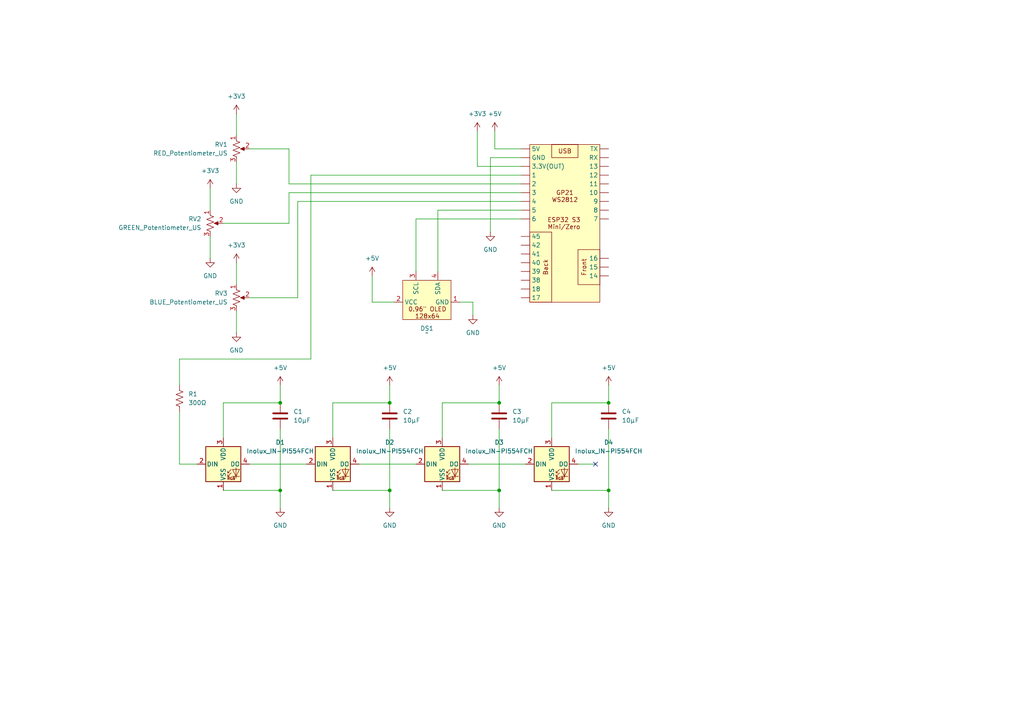
<source format=kicad_sch>
(kicad_sch (version 20250114) (generator "eeschema") (generator_version "9.0")
  (paper "A4")
  (lib_symbols
    (symbol "!Sh1neSp4rk:ESP32-S3-Zero_(Waveshare)"
      (symbol "ESP32-S3-Zero_(Waveshare)_1_1"
        (rectangle (start 0 0) (end 20.32 -45.72) (fill (type background)))
        (text "ESP32 S3\nMini/Zero" (at 9.906 -22.86 0) (effects (font (size 1.27 1.27))))
        (text "GP21\nWS2812" (at 10.16 -14.986 0) (effects (font (size 1.27 1.27))))
        (text_box "Back" (at 0 -25.4 90) (size 6.35 -20.32) (margins 1.016 1.016 1.016 1.016) (effects (font (size 1.27 1.27)) (justify bottom)))
        (text_box "USB" (at 6.35 0 0) (size 7.62 -3.81) (margins 1.016 1.016 1.016 1.016) (effects (font (size 1.27 1.27))))
        (text_box "Front" (at 13.97 -30.48 90) (size 6.35 -10.16) (margins 1.016 1.016 1.016 1.016) (effects (font (size 1.27 1.27)) (justify top)))
        (pin power_in line (at -2.54 -1.27 0) (length 2.54) (name "5V") (number ""))
        (pin power_in line (at -2.54 -3.81 0) (length 2.54) (name "GND") (number ""))
        (pin power_out line (at -2.54 -6.35 0) (length 2.54) (name "3.3V(OUT)") (number ""))
        (pin bidirectional line (at -2.54 -8.89 0) (length 2.54) (name "1") (number ""))
        (pin bidirectional line (at -2.54 -11.43 0) (length 2.54) (name "2") (number ""))
        (pin bidirectional line (at -2.54 -13.97 0) (length 2.54) (name "3") (number ""))
        (pin bidirectional line (at -2.54 -16.51 0) (length 2.54) (name "4") (number ""))
        (pin bidirectional line (at -2.54 -19.05 0) (length 2.54) (name "5") (number ""))
        (pin bidirectional line (at -2.54 -21.59 0) (length 2.54) (name "6") (number ""))
        (pin bidirectional line (at -2.54 -26.67 0) (length 2.54) (name "45") (number ""))
        (pin bidirectional line (at -2.54 -29.21 0) (length 2.54) (name "42") (number ""))
        (pin bidirectional line (at -2.54 -31.75 0) (length 2.54) (name "41") (number ""))
        (pin bidirectional line (at -2.54 -34.29 0) (length 2.54) (name "40") (number ""))
        (pin bidirectional line (at -2.54 -36.83 0) (length 2.54) (name "39") (number ""))
        (pin bidirectional line (at -2.54 -39.37 0) (length 2.54) (name "38") (number ""))
        (pin bidirectional line (at -2.54 -41.91 0) (length 2.54) (name "18") (number ""))
        (pin bidirectional line (at -2.54 -44.45 0) (length 2.54) (name "17") (number ""))
        (pin output line (at 22.86 -1.27 180) (length 2.54) (name "TX") (number ""))
        (pin input line (at 22.86 -3.81 180) (length 2.54) (name "RX") (number ""))
        (pin bidirectional line (at 22.86 -6.35 180) (length 2.54) (name "13") (number ""))
        (pin bidirectional line (at 22.86 -8.89 180) (length 2.54) (name "12") (number ""))
        (pin bidirectional line (at 22.86 -11.43 180) (length 2.54) (name "11") (number ""))
        (pin bidirectional line (at 22.86 -13.97 180) (length 2.54) (name "10") (number ""))
        (pin bidirectional line (at 22.86 -16.51 180) (length 2.54) (name "9") (number ""))
        (pin bidirectional line (at 22.86 -19.05 180) (length 2.54) (name "8") (number ""))
        (pin bidirectional line (at 22.86 -21.59 180) (length 2.54) (name "7") (number ""))
        (pin bidirectional line (at 22.86 -33.02 180) (length 2.54) (name "16") (number ""))
        (pin bidirectional line (at 22.86 -35.56 180) (length 2.54) (name "15") (number ""))
        (pin bidirectional line (at 22.86 -38.1 180) (length 2.54) (name "14") (number ""))
      )
    )
    (symbol "!Sh1neSp4rk:I2C_128x64_OLED"
      (property "Reference" "DS" (at 1.27 -12.446 0))
      (symbol "I2C_128x64_OLED_0_1"
        (rectangle (start 0 0) (end 13.97 -11.43) (fill (type background)))
      )
      (symbol "I2C_128x64_OLED_1_1"
        (text "0.96\" OLED\n128x64\n" (at 7.112 -9.398 0) (effects (font (size 1.27 1.27))))
        (pin power_in line (at -2.54 -6.35 0) (length 2.54) (name "VCC") (number "2"))
        (pin bidirectional line (at 3.81 2.54 270) (length 2.54) (name "SCL") (number "3"))
        (pin bidirectional line (at 10.16 2.54 270) (length 2.54) (name "SDA") (number "4"))
        (pin power_in line (at 16.51 -6.35 180) (length 2.54) (name "GND") (number "1"))
      )
    )
    (symbol "Device:C" (pin_numbers (hide yes)) (pin_names (offset 0.254))
      (property "Reference" "C" (at 0.635 2.54 0))
      (property "Value" "C" (at 0.635 -2.54 0))
      (symbol "C_0_1"
        (polyline (pts (xy -2.032 0.762) (xy 2.032 0.762)) (stroke (width 0.508)))
        (polyline (pts (xy -2.032 -0.762) (xy 2.032 -0.762)) (stroke (width 0.508)))
      )
      (symbol "C_1_1"
        (pin passive line (at 0 3.81 270) (length 2.794) (name "~") (number "1"))
        (pin passive line (at 0 -3.81 90) (length 2.794) (name "~") (number "2"))
      )
    )
    (symbol "Device:R_Potentiometer_US" (pin_names (offset 1.016) (hide yes))
      (property "Reference" "RV" (at -4.445 0 90))
      (property "Value" "R_Potentiometer_US" (at -2.54 0 90))
      (symbol "R_Potentiometer_US_0_1"
        (polyline (pts (xy 0 2.54) (xy 0 2.286)))
        (polyline (pts (xy 0 2.286) (xy 1.016 1.905) (xy 0 1.524) (xy -1.016 1.143) (xy 0 0.762)))
        (polyline (pts (xy 0 0.762) (xy 1.016 0.381) (xy 0 0) (xy -1.016 -0.381) (xy 0 -0.762)))
        (polyline (pts (xy 0 -0.762) (xy 1.016 -1.143) (xy 0 -1.524) (xy -1.016 -1.905) (xy 0 -2.286)))
        (polyline (pts (xy 0 -2.286) (xy 0 -2.54)))
        (polyline (pts (xy 1.143 0) (xy 2.286 0.508) (xy 2.286 -0.508) (xy 1.143 0)) (fill (type outline)))
        (polyline (pts (xy 2.54 0) (xy 1.524 0)))
      )
      (symbol "R_Potentiometer_US_1_1"
        (pin passive line (at 0 3.81 270) (length 1.27) (name "1") (number "1"))
        (pin passive line (at 0 -3.81 90) (length 1.27) (name "3") (number "3"))
        (pin passive line (at 3.81 0 180) (length 1.27) (name "2") (number "2"))
      )
    )
    (symbol "Device:R_US" (pin_numbers (hide yes)) (pin_names (offset 0))
      (property "Reference" "R" (at 2.54 0 90))
      (property "Value" "R_US" (at -2.54 0 90))
      (symbol "R_US_0_1"
        (polyline (pts (xy 0 2.286) (xy 0 2.54)))
        (polyline (pts (xy 0 2.286) (xy 1.016 1.905) (xy 0 1.524) (xy -1.016 1.143) (xy 0 0.762)))
        (polyline (pts (xy 0 0.762) (xy 1.016 0.381) (xy 0 0) (xy -1.016 -0.381) (xy 0 -0.762)))
        (polyline (pts (xy 0 -0.762) (xy 1.016 -1.143) (xy 0 -1.524) (xy -1.016 -1.905) (xy 0 -2.286)))
        (polyline (pts (xy 0 -2.286) (xy 0 -2.54)))
      )
      (symbol "R_US_1_1"
        (pin passive line (at 0 3.81 270) (length 1.27) (name "~") (number "1"))
        (pin passive line (at 0 -3.81 90) (length 1.27) (name "~") (number "2"))
      )
    )
    (symbol "LED:Inolux_IN-PI554FCH" (pin_names (offset 0.254))
      (property "Reference" "D" (at 5.08 5.715 0))
      (property "Value" "Inolux_IN-PI554FCH" (at 1.27 -5.715 0))
      (symbol "Inolux_IN-PI554FCH_0_0"
        (text "RGB" (at 2.286 -4.191 0) (effects (font (size 0.762 0.762))))
      )
      (symbol "Inolux_IN-PI554FCH_0_1"
        (polyline (pts (xy 1.27 -2.54) (xy 1.778 -2.54)))
        (polyline (pts (xy 1.27 -3.556) (xy 1.778 -3.556)))
        (polyline (pts (xy 2.286 -1.524) (xy 1.27 -2.54) (xy 1.27 -2.032)))
        (polyline (pts (xy 2.286 -2.54) (xy 1.27 -3.556) (xy 1.27 -3.048)))
        (polyline (pts (xy 3.683 -1.016) (xy 3.683 -3.556) (xy 3.683 -4.064)))
        (polyline (pts (xy 4.699 -1.524) (xy 2.667 -1.524) (xy 3.683 -3.556) (xy 4.699 -1.524)))
        (polyline (pts (xy 4.699 -3.556) (xy 2.667 -3.556)))
        (rectangle (start 5.08 5.08) (end -5.08 -5.08) (stroke (width 0.254)) (fill (type background)))
      )
      (symbol "Inolux_IN-PI554FCH_1_1"
        (pin input line (at -7.62 0 0) (length 2.54) (name "DIN") (number "2"))
        (pin power_in line (at 0 7.62 270) (length 2.54) (name "VDD") (number "3"))
        (pin power_in line (at 0 -7.62 90) (length 2.54) (name "VSS") (number "1"))
        (pin output line (at 7.62 0 180) (length 2.54) (name "DO") (number "4"))
      )
    )
    (symbol "power:+3V3" (power) (pin_numbers (hide yes)) (pin_names (offset 0) (hide yes))
      (property "Value" "+3V3" (at 0 3.556 0))
      (symbol "+3V3_0_1"
        (polyline (pts (xy -0.762 1.27) (xy 0 2.54)))
        (polyline (pts (xy 0 2.54) (xy 0.762 1.27)))
        (polyline (pts (xy 0 0) (xy 0 2.54)))
      )
      (symbol "+3V3_1_1"
        (pin power_in line (at 0 0 90) (length 0) (name "~") (number "1"))
      )
    )
    (symbol "power:+5V" (power) (pin_numbers (hide yes)) (pin_names (offset 0) (hide yes))
      (property "Value" "+5V" (at 0 3.556 0))
      (symbol "+5V_0_1"
        (polyline (pts (xy -0.762 1.27) (xy 0 2.54)))
        (polyline (pts (xy 0 2.54) (xy 0.762 1.27)))
        (polyline (pts (xy 0 0) (xy 0 2.54)))
      )
      (symbol "+5V_1_1"
        (pin power_in line (at 0 0 90) (length 0) (name "~") (number "1"))
      )
    )
    (symbol "power:GND" (power) (pin_numbers (hide yes)) (pin_names (offset 0) (hide yes))
      (property "Value" "GND" (at 0 -3.81 0))
      (symbol "GND_0_1"
        (polyline (pts (xy 0 0) (xy 0 -1.27) (xy 1.27 -1.27) (xy 0 -2.54) (xy -1.27 -1.27) (xy 0 -1.27)))
      )
      (symbol "GND_1_1"
        (pin power_in line (at 0 0 270) (length 0) (name "~") (number "1"))
      )
    )
  )
  (junction (at 176.53 116.84))
  (junction (at 81.28 116.84))
  (junction (at 144.78 142.24))
  (junction (at 81.28 142.24))
  (junction (at 144.78 116.84))
  (junction (at 113.03 116.84))
  (junction (at 113.03 142.24))
  (junction (at 176.53 142.24))
  (no_connect (at 172.72 134.62))
  (wire (pts (xy 81.28 142.24) (xy 81.28 147.32)))
  (wire (pts (xy 176.53 111.76) (xy 176.53 116.84)))
  (wire (pts (xy 81.28 124.46) (xy 81.28 142.24)))
  (wire (pts (xy 176.53 142.24) (xy 176.53 147.32)))
  (wire (pts (xy 83.82 43.18) (xy 72.39 43.18)))
  (wire (pts (xy 96.52 116.84) (xy 113.03 116.84)))
  (wire (pts (xy 83.82 53.34) (xy 83.82 43.18)))
  (wire (pts (xy 135.89 134.62) (xy 152.4 134.62)))
  (wire (pts (xy 160.02 127) (xy 160.02 116.84)))
  (wire (pts (xy 144.78 142.24) (xy 144.78 147.32)))
  (wire (pts (xy 52.07 111.76) (xy 52.07 104.14)))
  (wire (pts (xy 90.17 50.8) (xy 151.13 50.8)))
  (wire (pts (xy 57.15 134.62) (xy 52.07 134.62)))
  (wire (pts (xy 151.13 45.72) (xy 142.24 45.72)))
  (wire (pts (xy 60.96 54.61) (xy 60.96 60.96)))
  (wire (pts (xy 64.77 127) (xy 64.77 116.84)))
  (wire (pts (xy 151.13 55.88) (xy 83.82 55.88)))
  (wire (pts (xy 68.58 46.99) (xy 68.58 53.34)))
  (wire (pts (xy 86.36 58.42) (xy 151.13 58.42)))
  (wire (pts (xy 160.02 116.84) (xy 176.53 116.84)))
  (wire (pts (xy 83.82 55.88) (xy 83.82 64.77)))
  (wire (pts (xy 81.28 111.76) (xy 81.28 116.84)))
  (wire (pts (xy 72.39 134.62) (xy 88.9 134.62)))
  (wire (pts (xy 107.95 87.63) (xy 107.95 80.01)))
  (wire (pts (xy 127 60.96) (xy 127 78.74)))
  (wire (pts (xy 167.64 134.62) (xy 172.72 134.62)))
  (wire (pts (xy 104.14 134.62) (xy 120.65 134.62)))
  (wire (pts (xy 68.58 33.02) (xy 68.58 39.37)))
  (wire (pts (xy 151.13 63.5) (xy 120.65 63.5)))
  (wire (pts (xy 96.52 127) (xy 96.52 116.84)))
  (wire (pts (xy 143.51 43.18) (xy 143.51 38.1)))
  (wire (pts (xy 151.13 48.26) (xy 138.43 48.26)))
  (wire (pts (xy 64.77 142.24) (xy 81.28 142.24)))
  (wire (pts (xy 60.96 68.58) (xy 60.96 74.93)))
  (wire (pts (xy 68.58 76.2) (xy 68.58 82.55)))
  (wire (pts (xy 96.52 142.24) (xy 113.03 142.24)))
  (wire (pts (xy 133.35 87.63) (xy 137.16 87.63)))
  (wire (pts (xy 68.58 90.17) (xy 68.58 96.52)))
  (wire (pts (xy 86.36 58.42) (xy 86.36 86.36)))
  (wire (pts (xy 120.65 63.5) (xy 120.65 78.74)))
  (wire (pts (xy 142.24 45.72) (xy 142.24 67.31)))
  (wire (pts (xy 113.03 111.76) (xy 113.03 116.84)))
  (wire (pts (xy 114.3 87.63) (xy 107.95 87.63)))
  (wire (pts (xy 113.03 124.46) (xy 113.03 142.24)))
  (wire (pts (xy 83.82 64.77) (xy 64.77 64.77)))
  (wire (pts (xy 128.27 142.24) (xy 144.78 142.24)))
  (wire (pts (xy 144.78 111.76) (xy 144.78 116.84)))
  (wire (pts (xy 52.07 104.14) (xy 90.17 104.14)))
  (wire (pts (xy 144.78 124.46) (xy 144.78 142.24)))
  (wire (pts (xy 52.07 134.62) (xy 52.07 119.38)))
  (wire (pts (xy 151.13 60.96) (xy 127 60.96)))
  (wire (pts (xy 86.36 86.36) (xy 72.39 86.36)))
  (wire (pts (xy 128.27 127) (xy 128.27 116.84)))
  (wire (pts (xy 160.02 142.24) (xy 176.53 142.24)))
  (wire (pts (xy 176.53 124.46) (xy 176.53 142.24)))
  (wire (pts (xy 137.16 87.63) (xy 137.16 91.44)))
  (wire (pts (xy 138.43 48.26) (xy 138.43 38.1)))
  (wire (pts (xy 64.77 116.84) (xy 81.28 116.84)))
  (wire (pts (xy 151.13 43.18) (xy 143.51 43.18)))
  (wire (pts (xy 90.17 50.8) (xy 90.17 104.14)))
  (wire (pts (xy 128.27 116.84) (xy 144.78 116.84)))
  (wire (pts (xy 113.03 142.24) (xy 113.03 147.32)))
  (wire (pts (xy 151.13 53.34) (xy 83.82 53.34)))
  (symbol (lib_id "power:+5V") (at 176.53 111.76 0) (unit 1)
    (property "Reference" "#PWR09" (effects (hide yes)))
    (property "Value" "+5V" (at 176.53 106.68 0))
    (property "Description" "Power symbol creates a global label with name \"+5V\"" (effects (hide yes)))
  )
  (symbol (lib_id "power:+3V3") (at 68.58 76.2 0) (unit 1)
    (property "Reference" "#PWR015" (effects (hide yes)))
    (property "Value" "+3V3" (at 68.58 71.12 0))
    (property "Description" "Power symbol creates a global label with name \"+3V3\"" (effects (hide yes)))
  )
  (symbol (lib_id "power:+5V") (at 143.51 38.1 0) (unit 1)
    (property "Reference" "#PWR04" (effects (hide yes)))
    (property "Value" "+5V" (at 143.51 33.02 0))
    (property "Description" "Power symbol creates a global label with name \"+5V\"" (effects (hide yes)))
  )
  (symbol (lib_id "power:GND") (at 113.03 147.32 0) (unit 1)
    (property "Reference" "#PWR010" (effects (hide yes)))
    (property "Value" "GND" (at 113.03 152.4 0))
    (property "Description" "Power symbol creates a global label with name \"GND\" , ground" (effects (hide yes)))
  )
  (symbol (lib_id "Device:C") (at 113.03 120.65 0) (unit 1)
    (property "Reference" "C2" (at 116.84 119.3799 0) (effects (justify left)))
    (property "Value" "10µF" (at 116.84 121.9199 0) (effects (justify left)))
    (property "Description" "Unpolarized capacitor" (effects (hide yes)))
  )
  (symbol (lib_id "Device:R_US") (at 52.07 115.57 0) (unit 1)
    (property "Reference" "R1" (at 54.61 114.2999 0) (effects (justify left)))
    (property "Value" "300Ω" (at 54.61 116.8399 0) (effects (justify left)))
    (property "Description" "Resistor, US symbol" (effects (hide yes)))
  )
  (symbol (lib_id "power:+5V") (at 107.95 80.01 0) (unit 1)
    (property "Reference" "#PWR019" (effects (hide yes)))
    (property "Value" "+5V" (at 107.95 74.93 0))
    (property "Description" "Power symbol creates a global label with name \"+5V\"" (effects (hide yes)))
  )
  (symbol (lib_id "!Sh1neSp4rk:ESP32-S3-Zero_(Waveshare)") (at 153.67 41.91 0) (unit 1)
    (property "Reference" "U1" (effects (hide yes)))
  )
  (symbol (lib_id "power:+3V3") (at 138.43 38.1 0) (unit 1)
    (property "Reference" "#PWR06" (effects (hide yes)))
    (property "Value" "+3V3" (at 138.43 33.02 0))
    (property "Description" "Power symbol creates a global label with name \"+3V3\"" (effects (hide yes)))
  )
  (symbol (lib_id "LED:Inolux_IN-PI554FCH") (at 128.27 134.62 0) (unit 1)
    (property "Reference" "D3" (at 144.78 128.3014 0))
    (property "Value" "Inolux_IN-PI554FCH" (at 144.78 130.8414 0))
    (property "Footprint" "LED_SMD:LED_Inolux_IN-PI554FCH_PLCC4_5.0x5.0mm_P3.2mm" (effects (hide yes)))
    (property "Datasheet" "http://www.inolux-corp.com/datasheet/SMDLED/Addressable%20LED/IN-PI554FCH.pdf" (effects (hide yes)))
    (property "Description" "5050 RGB LED 4-Pin with integrated IC" (effects (hide yes)))
  )
  (symbol (lib_id "LED:Inolux_IN-PI554FCH") (at 96.52 134.62 0) (unit 1)
    (property "Reference" "D2" (at 113.03 128.3014 0))
    (property "Value" "Inolux_IN-PI554FCH" (at 113.03 130.8414 0))
    (property "Footprint" "LED_SMD:LED_Inolux_IN-PI554FCH_PLCC4_5.0x5.0mm_P3.2mm" (effects (hide yes)))
    (property "Datasheet" "http://www.inolux-corp.com/datasheet/SMDLED/Addressable%20LED/IN-PI554FCH.pdf" (effects (hide yes)))
    (property "Description" "5050 RGB LED 4-Pin with integrated IC" (effects (hide yes)))
  )
  (symbol (lib_id "power:+3V3") (at 60.96 54.61 0) (unit 1)
    (property "Reference" "#PWR014" (effects (hide yes)))
    (property "Value" "+3V3" (at 60.96 49.53 0))
    (property "Description" "Power symbol creates a global label with name \"+3V3\"" (effects (hide yes)))
  )
  (symbol (lib_id "power:GND") (at 142.24 67.31 0) (unit 1)
    (property "Reference" "#PWR05" (effects (hide yes)))
    (property "Value" "GND" (at 142.24 72.39 0))
    (property "Description" "Power symbol creates a global label with name \"GND\" , ground" (effects (hide yes)))
  )
  (symbol (lib_id "Device:C") (at 144.78 120.65 0) (unit 1)
    (property "Reference" "C3" (at 148.59 119.3799 0) (effects (justify left)))
    (property "Value" "10µF" (at 148.59 121.9199 0) (effects (justify left)))
    (property "Description" "Unpolarized capacitor" (effects (hide yes)))
  )
  (symbol (lib_id "power:+5V") (at 81.28 111.76 0) (unit 1)
    (property "Reference" "#PWR01" (effects (hide yes)))
    (property "Value" "+5V" (at 81.28 106.68 0))
    (property "Description" "Power symbol creates a global label with name \"+5V\"" (effects (hide yes)))
  )
  (symbol (lib_id "power:GND") (at 81.28 147.32 0) (unit 1)
    (property "Reference" "#PWR02" (effects (hide yes)))
    (property "Value" "GND" (at 81.28 152.4 0))
    (property "Description" "Power symbol creates a global label with name \"GND\" , ground" (effects (hide yes)))
  )
  (symbol (lib_id "Device:R_Potentiometer_US") (at 68.58 86.36 0) (unit 1)
    (property "Reference" "RV3" (at 66.04 85.0899 0) (effects (justify right)))
    (property "Value" "BLUE_Potentiometer_US" (at 66.04 87.6299 0) (effects (justify right)))
    (property "Description" "Potentiometer, US symbol" (effects (hide yes)))
  )
  (symbol (lib_id "power:GND") (at 176.53 147.32 0) (unit 1)
    (property "Reference" "#PWR012" (effects (hide yes)))
    (property "Value" "GND" (at 176.53 152.4 0))
    (property "Description" "Power symbol creates a global label with name \"GND\" , ground" (effects (hide yes)))
  )
  (symbol (lib_id "Device:R_Potentiometer_US") (at 68.58 43.18 0) (unit 1)
    (property "Reference" "RV1" (at 66.04 41.9099 0) (effects (justify right)))
    (property "Value" "RED_Potentiometer_US" (at 66.04 44.4499 0) (effects (justify right)))
    (property "Description" "Potentiometer, US symbol" (effects (hide yes)))
  )
  (symbol (lib_id "Device:C") (at 176.53 120.65 0) (unit 1)
    (property "Reference" "C4" (at 180.34 119.3799 0) (effects (justify left)))
    (property "Value" "10µF" (at 180.34 121.9199 0) (effects (justify left)))
    (property "Description" "Unpolarized capacitor" (effects (hide yes)))
  )
  (symbol (lib_id "power:+5V") (at 144.78 111.76 0) (unit 1)
    (property "Reference" "#PWR08" (effects (hide yes)))
    (property "Value" "+5V" (at 144.78 106.68 0))
    (property "Description" "Power symbol creates a global label with name \"+5V\"" (effects (hide yes)))
  )
  (symbol (lib_id "!Sh1neSp4rk:I2C_128x64_OLED") (at 116.84 81.28 0) (unit 1)
    (property "Reference" "DS1" (at 123.825 95.25 0))
    (property "Value" "~" (at 123.825 96.52 0))
  )
  (symbol (lib_id "power:+5V") (at 113.03 111.76 0) (unit 1)
    (property "Reference" "#PWR07" (effects (hide yes)))
    (property "Value" "+5V" (at 113.03 106.68 0))
    (property "Description" "Power symbol creates a global label with name \"+5V\"" (effects (hide yes)))
  )
  (symbol (lib_id "LED:Inolux_IN-PI554FCH") (at 64.77 134.62 0) (unit 1)
    (property "Reference" "D1" (at 81.28 128.3014 0))
    (property "Value" "Inolux_IN-PI554FCH" (at 81.28 130.8414 0))
    (property "Footprint" "LED_SMD:LED_Inolux_IN-PI554FCH_PLCC4_5.0x5.0mm_P3.2mm" (effects (hide yes)))
    (property "Datasheet" "http://www.inolux-corp.com/datasheet/SMDLED/Addressable%20LED/IN-PI554FCH.pdf" (effects (hide yes)))
    (property "Description" "5050 RGB LED 4-Pin with integrated IC" (effects (hide yes)))
  )
  (symbol (lib_id "power:GND") (at 60.96 74.93 0) (unit 1)
    (property "Reference" "#PWR017" (effects (hide yes)))
    (property "Value" "GND" (at 60.96 80.01 0))
    (property "Description" "Power symbol creates a global label with name \"GND\" , ground" (effects (hide yes)))
  )
  (symbol (lib_id "power:+3V3") (at 68.58 33.02 0) (unit 1)
    (property "Reference" "#PWR013" (effects (hide yes)))
    (property "Value" "+3V3" (at 68.58 27.94 0))
    (property "Description" "Power symbol creates a global label with name \"+3V3\"" (effects (hide yes)))
  )
  (symbol (lib_id "LED:Inolux_IN-PI554FCH") (at 160.02 134.62 0) (unit 1)
    (property "Reference" "D4" (at 176.53 128.3014 0))
    (property "Value" "Inolux_IN-PI554FCH" (at 176.53 130.8414 0))
    (property "Footprint" "LED_SMD:LED_Inolux_IN-PI554FCH_PLCC4_5.0x5.0mm_P3.2mm" (effects (hide yes)))
    (property "Datasheet" "http://www.inolux-corp.com/datasheet/SMDLED/Addressable%20LED/IN-PI554FCH.pdf" (effects (hide yes)))
    (property "Description" "5050 RGB LED 4-Pin with integrated IC" (effects (hide yes)))
  )
  (symbol (lib_id "power:GND") (at 68.58 53.34 0) (unit 1)
    (property "Reference" "#PWR016" (effects (hide yes)))
    (property "Value" "GND" (at 68.58 58.42 0))
    (property "Description" "Power symbol creates a global label with name \"GND\" , ground" (effects (hide yes)))
  )
  (symbol (lib_id "power:GND") (at 68.58 96.52 0) (unit 1)
    (property "Reference" "#PWR018" (effects (hide yes)))
    (property "Value" "GND" (at 68.58 101.6 0))
    (property "Description" "Power symbol creates a global label with name \"GND\" , ground" (effects (hide yes)))
  )
  (symbol (lib_id "power:GND") (at 137.16 91.44 0) (unit 1)
    (property "Reference" "#PWR03" (effects (hide yes)))
    (property "Value" "GND" (at 137.16 96.52 0))
    (property "Description" "Power symbol creates a global label with name \"GND\" , ground" (effects (hide yes)))
  )
  (symbol (lib_id "Device:C") (at 81.28 120.65 0) (unit 1)
    (property "Reference" "C1" (at 85.09 119.3799 0) (effects (justify left)))
    (property "Value" "10µF" (at 85.09 121.9199 0) (effects (justify left)))
    (property "Description" "Unpolarized capacitor" (effects (hide yes)))
  )
  (symbol (lib_id "power:GND") (at 144.78 147.32 0) (unit 1)
    (property "Reference" "#PWR011" (effects (hide yes)))
    (property "Value" "GND" (at 144.78 152.4 0))
    (property "Description" "Power symbol creates a global label with name \"GND\" , ground" (effects (hide yes)))
  )
  (symbol (lib_id "Device:R_Potentiometer_US") (at 60.96 64.77 0) (unit 1)
    (property "Reference" "RV2" (at 58.42 63.4999 0) (effects (justify right)))
    (property "Value" "GREEN_Potentiometer_US" (at 58.42 66.0399 0) (effects (justify right)))
    (property "Description" "Potentiometer, US symbol" (effects (hide yes)))
  )
)
</source>
